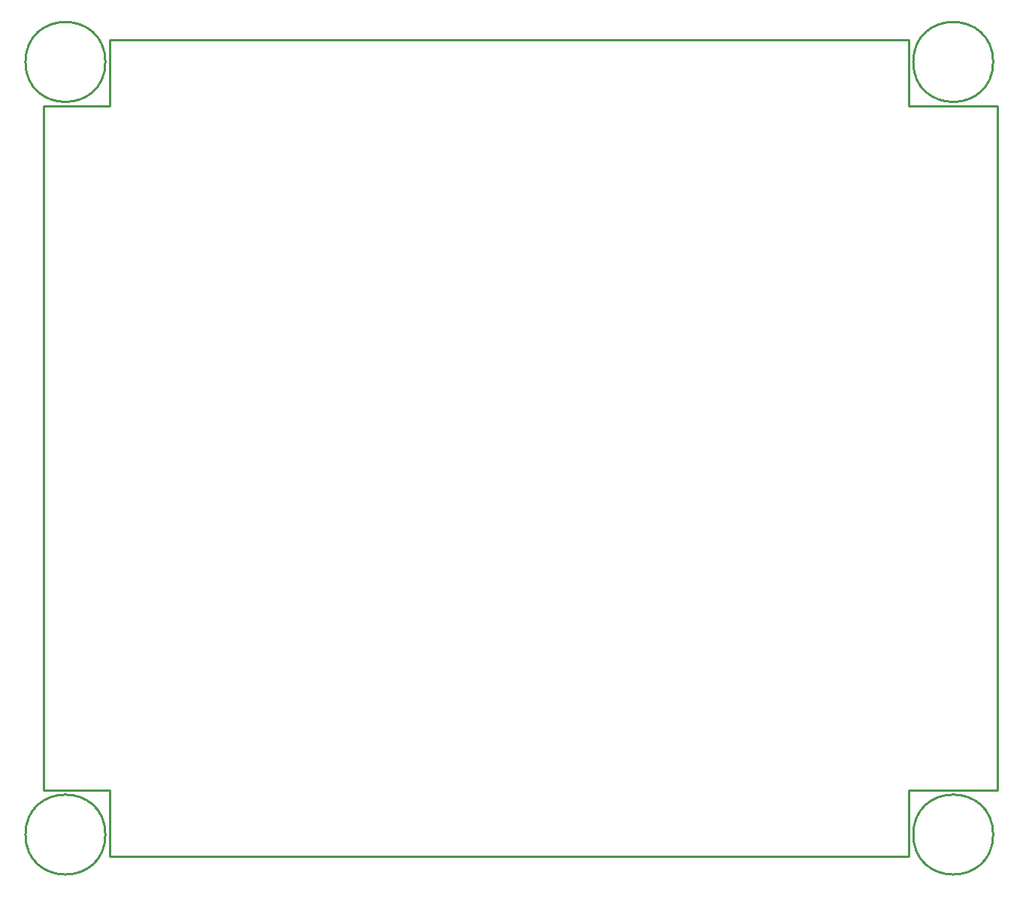
<source format=gko>
G04*
G04 #@! TF.GenerationSoftware,Altium Limited,Altium Designer,25.1.2 (22)*
G04*
G04 Layer_Color=16711935*
%FSLAX44Y44*%
%MOMM*%
G71*
G04*
G04 #@! TF.SameCoordinates,47DE64E8-2747-4DE2-8CAA-9D4F0D5BEAA4*
G04*
G04*
G04 #@! TF.FilePolarity,Positive*
G04*
G01*
G75*
%ADD12C,0.2540*%
%ADD81C,0.2500*%
D12*
X1000000Y870000D02*
Y945000D01*
Y870000D02*
X1100000D01*
X25000Y100000D02*
Y870000D01*
Y100000D02*
X100000D01*
Y25000D02*
Y100000D01*
Y25000D02*
X1000000D01*
Y25000D02*
Y100000D01*
X1100000D01*
X1100000Y870000D02*
X1100000Y100000D01*
X100000Y945000D02*
X1000000D01*
X100000Y870000D02*
Y945000D01*
X25000Y870000D02*
X100000D01*
D81*
X95000Y920000D02*
G03*
X95000Y920000I-45000J0D01*
G01*
X1095000D02*
G03*
X1095000Y920000I-45000J0D01*
G01*
Y50000D02*
G03*
X1095000Y50000I-45000J0D01*
G01*
X95000D02*
G03*
X95000Y50000I-45000J0D01*
G01*
M02*

</source>
